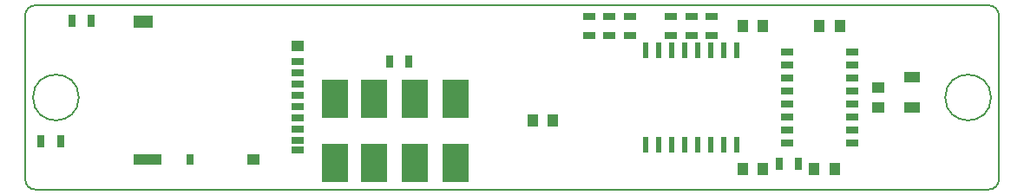
<source format=gbr>
%TF.GenerationSoftware,KiCad,Pcbnew,4.0.7*%
%TF.CreationDate,2018-01-21T21:44:21+02:00*%
%TF.ProjectId,OilMeteo_V2.0,4F696C4D6574656F5F56322E302E6B69,rev?*%
%TF.FileFunction,Paste,Bot*%
%FSLAX46Y46*%
G04 Gerber Fmt 4.6, Leading zero omitted, Abs format (unit mm)*
G04 Created by KiCad (PCBNEW 4.0.7) date 01/21/18 21:44:21*
%MOMM*%
%LPD*%
G01*
G04 APERTURE LIST*
%ADD10C,0.150000*%
%ADD11R,1.000000X1.250000*%
%ADD12R,2.500000X3.750000*%
%ADD13R,1.250000X1.000000*%
%ADD14R,1.300000X0.800000*%
%ADD15R,1.600000X1.000000*%
%ADD16R,1.200000X0.700000*%
%ADD17R,1.200000X1.000000*%
%ADD18R,0.800000X1.000000*%
%ADD19R,2.800000X1.000000*%
%ADD20R,1.900000X1.300000*%
%ADD21R,0.700000X1.300000*%
%ADD22R,1.300000X0.700000*%
%ADD23R,0.600000X1.500000*%
G04 APERTURE END LIST*
D10*
X100000000Y-35000000D02*
X193000000Y-35000000D01*
X99000000Y-52000000D02*
X99000000Y-36000000D01*
X193000000Y-53000000D02*
X100000000Y-53000000D01*
X194000000Y-36000000D02*
X194000000Y-52000000D01*
X194000000Y-36000000D02*
G75*
G03X193000000Y-35000000I-1000000J0D01*
G01*
X193000000Y-53000000D02*
G75*
G03X194000000Y-52000000I0J1000000D01*
G01*
X99000000Y-52000000D02*
G75*
G03X100000000Y-53000000I1000000J0D01*
G01*
X100000000Y-35000000D02*
G75*
G03X99000000Y-36000000I0J-1000000D01*
G01*
X104236068Y-44000000D02*
G75*
G03X104236068Y-44000000I-2236068J0D01*
G01*
X193236068Y-44000000D02*
G75*
G03X193236068Y-44000000I-2236068J0D01*
G01*
D11*
X148500000Y-46250000D03*
X150500000Y-46250000D03*
X169000000Y-51000000D03*
X171000000Y-51000000D03*
X178000000Y-51000000D03*
X176000000Y-51000000D03*
D12*
X141000000Y-44125000D03*
X141000000Y-50375000D03*
X137000000Y-44125000D03*
X137000000Y-50375000D03*
X133000000Y-44125000D03*
X133000000Y-50375000D03*
D11*
X176500000Y-37000000D03*
X178500000Y-37000000D03*
X171000000Y-37000000D03*
X169000000Y-37000000D03*
D13*
X182250000Y-45000000D03*
X182250000Y-43000000D03*
D12*
X129250000Y-44125000D03*
X129250000Y-50375000D03*
D14*
X179650000Y-39550000D03*
X179650000Y-40830000D03*
X179650000Y-42090000D03*
X179650000Y-43360000D03*
X179650000Y-44640000D03*
X179650000Y-45910000D03*
X179650000Y-47170000D03*
X179650000Y-48450000D03*
X173350000Y-48450000D03*
X173350000Y-47170000D03*
X173350000Y-45910000D03*
X173350000Y-44640000D03*
X173350000Y-43360000D03*
X173350000Y-42090000D03*
X173350000Y-40830000D03*
X173350000Y-39550000D03*
D15*
X185500000Y-42000000D03*
X185500000Y-45000000D03*
D16*
X125600000Y-49150000D03*
X125600000Y-48200000D03*
X125600000Y-40500000D03*
X125600000Y-41600000D03*
X125600000Y-42700000D03*
X125600000Y-43800000D03*
X125600000Y-44900000D03*
X125600000Y-46000000D03*
X125600000Y-47100000D03*
D17*
X125600000Y-38950000D03*
X121300000Y-50100000D03*
D18*
X115100000Y-50100000D03*
D19*
X110950000Y-50100000D03*
D20*
X110500000Y-36600000D03*
D21*
X134550000Y-40500000D03*
X136450000Y-40500000D03*
X172550000Y-50500000D03*
X174450000Y-50500000D03*
D22*
X156000000Y-36050000D03*
X156000000Y-37950000D03*
D21*
X105450000Y-36500000D03*
X103550000Y-36500000D03*
X100550000Y-48250000D03*
X102450000Y-48250000D03*
D22*
X161998660Y-37950180D03*
X161998660Y-36050180D03*
X163997640Y-37950180D03*
X163997640Y-36050180D03*
X166000000Y-37950000D03*
X166000000Y-36050000D03*
X158000000Y-36050000D03*
X158000000Y-37950000D03*
X154000000Y-36050000D03*
X154000000Y-37950000D03*
D23*
X159555000Y-39350000D03*
X160825000Y-39350000D03*
X162095000Y-39350000D03*
X163365000Y-39350000D03*
X164635000Y-39350000D03*
X165905000Y-39350000D03*
X167175000Y-39350000D03*
X168445000Y-39350000D03*
X168445000Y-48650000D03*
X167175000Y-48650000D03*
X165905000Y-48650000D03*
X164635000Y-48650000D03*
X163365000Y-48650000D03*
X162095000Y-48650000D03*
X160825000Y-48650000D03*
X159555000Y-48650000D03*
M02*

</source>
